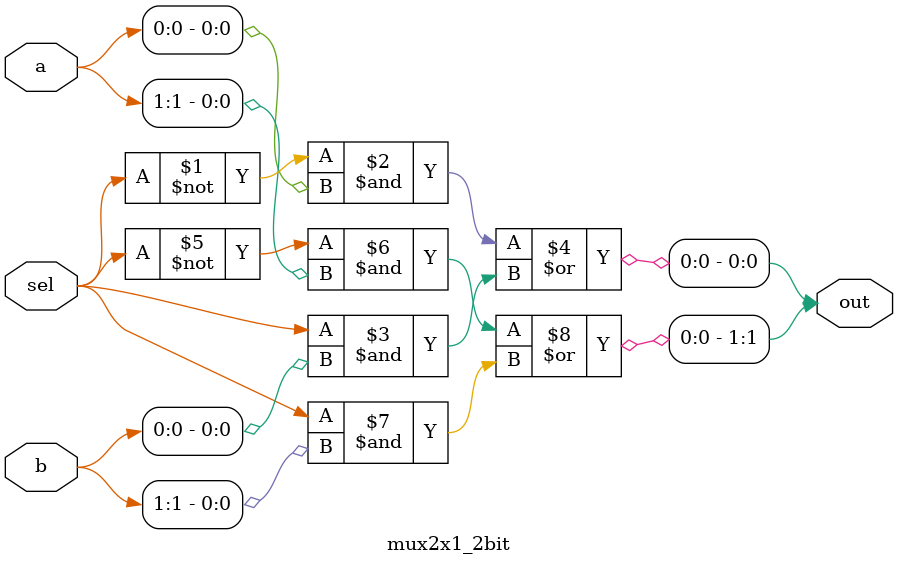
<source format=v>
module mux2x1_2bit(a,b,sel,out);
    input   [1:0] a;
    input   [1:0] b;
    input   sel;
    output  [1:0] out;
    // sel = 0, then choose a
    // sel = 1, then choose b
    assign  out[0] = (~sel & a[0]) | (sel & b[0]);
    assign  out[1] = (~sel & a[1]) | (sel & b[1]);
endmodule

</source>
